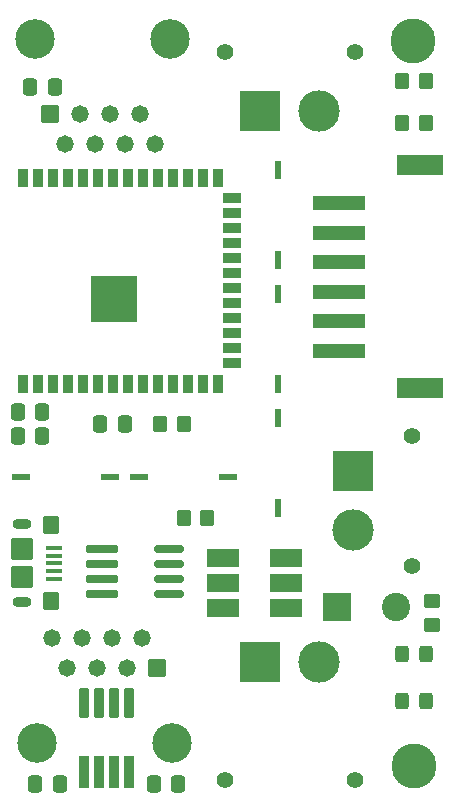
<source format=gts>
%TF.GenerationSoftware,KiCad,Pcbnew,8.0.1-8.0.1-1~ubuntu22.04.1*%
%TF.CreationDate,2024-04-21T23:11:14-04:00*%
%TF.ProjectId,arm_drive_j2,61726d5f-6472-4697-9665-5f6a322e6b69,rev?*%
%TF.SameCoordinates,Original*%
%TF.FileFunction,Soldermask,Top*%
%TF.FilePolarity,Negative*%
%FSLAX46Y46*%
G04 Gerber Fmt 4.6, Leading zero omitted, Abs format (unit mm)*
G04 Created by KiCad (PCBNEW 8.0.1-8.0.1-1~ubuntu22.04.1) date 2024-04-21 23:11:14*
%MOMM*%
%LPD*%
G01*
G04 APERTURE LIST*
G04 Aperture macros list*
%AMRoundRect*
0 Rectangle with rounded corners*
0 $1 Rounding radius*
0 $2 $3 $4 $5 $6 $7 $8 $9 X,Y pos of 4 corners*
0 Add a 4 corners polygon primitive as box body*
4,1,4,$2,$3,$4,$5,$6,$7,$8,$9,$2,$3,0*
0 Add four circle primitives for the rounded corners*
1,1,$1+$1,$2,$3*
1,1,$1+$1,$4,$5*
1,1,$1+$1,$6,$7*
1,1,$1+$1,$8,$9*
0 Add four rect primitives between the rounded corners*
20,1,$1+$1,$2,$3,$4,$5,0*
20,1,$1+$1,$4,$5,$6,$7,0*
20,1,$1+$1,$6,$7,$8,$9,0*
20,1,$1+$1,$8,$9,$2,$3,0*%
G04 Aperture macros list end*
%ADD10RoundRect,0.250000X-0.350000X-0.450000X0.350000X-0.450000X0.350000X0.450000X-0.350000X0.450000X0*%
%ADD11RoundRect,0.250000X0.337500X0.475000X-0.337500X0.475000X-0.337500X-0.475000X0.337500X-0.475000X0*%
%ADD12RoundRect,0.250000X0.325000X0.450000X-0.325000X0.450000X-0.325000X-0.450000X0.325000X-0.450000X0*%
%ADD13RoundRect,0.250000X0.350000X0.450000X-0.350000X0.450000X-0.350000X-0.450000X0.350000X-0.450000X0*%
%ADD14R,3.911600X1.803400*%
%ADD15R,4.495800X1.295400*%
%ADD16C,1.400000*%
%ADD17R,3.500000X3.500000*%
%ADD18C,3.500000*%
%ADD19R,0.609600X1.511300*%
%ADD20R,1.511300X0.609600*%
%ADD21R,0.900000X1.500000*%
%ADD22R,1.500000X0.900000*%
%ADD23R,3.900000X3.900000*%
%ADD24RoundRect,0.055580X0.341420X-1.316420X0.341420X1.316420X-0.341420X1.316420X-0.341420X-1.316420X0*%
%ADD25RoundRect,0.055580X0.341420X-1.191420X0.341420X1.191420X-0.341420X1.191420X-0.341420X-1.191420X0*%
%ADD26RoundRect,0.150000X-1.225000X-0.150000X1.225000X-0.150000X1.225000X0.150000X-1.225000X0.150000X0*%
%ADD27RoundRect,0.150000X-1.100000X-0.150000X1.100000X-0.150000X1.100000X0.150000X-1.100000X0.150000X0*%
%ADD28RoundRect,0.250000X-0.450000X0.350000X-0.450000X-0.350000X0.450000X-0.350000X0.450000X0.350000X0*%
%ADD29RoundRect,0.100000X-0.575000X0.100000X-0.575000X-0.100000X0.575000X-0.100000X0.575000X0.100000X0*%
%ADD30O,1.600000X0.900000*%
%ADD31RoundRect,0.250000X-0.450000X0.550000X-0.450000X-0.550000X0.450000X-0.550000X0.450000X0.550000X0*%
%ADD32RoundRect,0.250000X-0.700000X0.700000X-0.700000X-0.700000X0.700000X-0.700000X0.700000X0.700000X0*%
%ADD33RoundRect,0.250000X-0.337500X-0.475000X0.337500X-0.475000X0.337500X0.475000X-0.337500X0.475000X0*%
%ADD34R,2.704600X1.549400*%
%ADD35R,2.704600X1.524700*%
%ADD36C,2.600000*%
%ADD37C,3.800000*%
%ADD38C,3.350000*%
%ADD39RoundRect,0.102000X-0.634000X-0.634000X0.634000X-0.634000X0.634000X0.634000X-0.634000X0.634000X0*%
%ADD40C,1.472000*%
%ADD41R,2.400000X2.400000*%
%ADD42C,2.400000*%
%ADD43RoundRect,0.102000X0.634000X0.634000X-0.634000X0.634000X-0.634000X-0.634000X0.634000X-0.634000X0*%
G04 APERTURE END LIST*
D10*
%TO.C,R4*%
X49000000Y-21500000D03*
X51000000Y-21500000D03*
%TD*%
D11*
%TO.C,C19*%
X25537500Y-50500000D03*
X23462500Y-50500000D03*
%TD*%
D12*
%TO.C,D1*%
X51025000Y-74000000D03*
X48975000Y-74000000D03*
%TD*%
D13*
%TO.C,R6*%
X32500000Y-58500000D03*
X30500000Y-58500000D03*
%TD*%
D14*
%TO.C,J4*%
X50500000Y-47500000D03*
X50500000Y-28600002D03*
D15*
X43700000Y-44300001D03*
X43700000Y-41800001D03*
X43700000Y-39300001D03*
X43700000Y-36800001D03*
X43700000Y-34300001D03*
X43700000Y-31800001D03*
%TD*%
D16*
%TO.C,J8*%
X34000000Y-19000000D03*
X45000000Y-19000000D03*
D17*
X37000000Y-24000000D03*
D18*
X42000000Y-24000000D03*
%TD*%
D19*
%TO.C,SW3*%
X38500000Y-29000000D03*
X38500000Y-36607300D03*
%TD*%
D20*
%TO.C,SW2*%
X34303650Y-55000000D03*
X26696350Y-55000000D03*
%TD*%
D21*
%TO.C,U6*%
X16880000Y-47150000D03*
X18150000Y-47150000D03*
X19420000Y-47150000D03*
X20690000Y-47150000D03*
X21960000Y-47150000D03*
X23230000Y-47150000D03*
X24500000Y-47150000D03*
X25770000Y-47150000D03*
X27040000Y-47150000D03*
X28310000Y-47150000D03*
X29580000Y-47150000D03*
X30850000Y-47150000D03*
X32120000Y-47150000D03*
X33390000Y-47150000D03*
D22*
X34640000Y-45385000D03*
X34640000Y-44115000D03*
X34640000Y-42845000D03*
X34640000Y-41575000D03*
X34640000Y-40305000D03*
X34640000Y-39035000D03*
X34640000Y-37765000D03*
X34640000Y-36495000D03*
X34640000Y-35225000D03*
X34640000Y-33955000D03*
X34640000Y-32685000D03*
X34640000Y-31415000D03*
D21*
X33390000Y-29650000D03*
X32120000Y-29650000D03*
X30850000Y-29650000D03*
X29580000Y-29650000D03*
X28310000Y-29650000D03*
X27040000Y-29650000D03*
X25770000Y-29650000D03*
X24500000Y-29650000D03*
X23230000Y-29650000D03*
X21960000Y-29650000D03*
X20690000Y-29650000D03*
X19420000Y-29650000D03*
X18150000Y-29650000D03*
X16880000Y-29650000D03*
D23*
X24600000Y-39900000D03*
%TD*%
D20*
%TO.C,SW1*%
X16696350Y-55000000D03*
X24303650Y-55000000D03*
%TD*%
D12*
%TO.C,D2*%
X51025000Y-70000000D03*
X48975000Y-70000000D03*
%TD*%
D13*
%TO.C,R13*%
X30500000Y-50500000D03*
X28500000Y-50500000D03*
%TD*%
D24*
%TO.C,U2*%
X22095000Y-79980000D03*
X23365000Y-79980000D03*
X24635000Y-79980000D03*
X25905000Y-79980000D03*
D25*
X25905000Y-74145000D03*
X24635000Y-74145000D03*
X23365000Y-74145000D03*
X22095000Y-74145000D03*
%TD*%
D16*
%TO.C,J6*%
X45000000Y-80665000D03*
D17*
X37000000Y-70665000D03*
D16*
X34000000Y-80665000D03*
D18*
X42000000Y-70665000D03*
%TD*%
D13*
%TO.C,R3*%
X51000000Y-25000000D03*
X49000000Y-25000000D03*
%TD*%
D19*
%TO.C,SW5*%
X38500000Y-50000000D03*
X38500000Y-57607300D03*
%TD*%
%TO.C,SW4*%
X38500000Y-47107300D03*
X38500000Y-39500000D03*
%TD*%
D11*
%TO.C,C17*%
X18537500Y-51500000D03*
X16462500Y-51500000D03*
%TD*%
D26*
%TO.C,U1*%
X23625000Y-61095000D03*
X23625000Y-62365000D03*
X23625000Y-63635000D03*
X23625000Y-64905000D03*
D27*
X29250000Y-64905000D03*
X29250000Y-63635000D03*
X29250000Y-62365000D03*
X29250000Y-61095000D03*
%TD*%
D28*
%TO.C,R5*%
X51500000Y-65500000D03*
X51500000Y-67500000D03*
%TD*%
D11*
%TO.C,C18*%
X18537500Y-49500000D03*
X16462500Y-49500000D03*
%TD*%
D29*
%TO.C,J1*%
X19500000Y-61000000D03*
X19500000Y-61650000D03*
X19500000Y-62300000D03*
X19500000Y-62950000D03*
X19500000Y-63600000D03*
D30*
X16825000Y-59000000D03*
D31*
X19275000Y-59100000D03*
D32*
X16825000Y-61100000D03*
X16825000Y-63500000D03*
D31*
X19275000Y-65500000D03*
D30*
X16825000Y-65600000D03*
%TD*%
D16*
%TO.C,J7*%
X49850000Y-51500000D03*
X49850000Y-62500000D03*
D17*
X44850000Y-54500000D03*
D18*
X44850000Y-59500000D03*
%TD*%
D33*
%TO.C,C5*%
X17500000Y-22000000D03*
X19575000Y-22000000D03*
%TD*%
D34*
%TO.C,D3*%
X33852300Y-61900002D03*
D35*
X33852300Y-63987650D03*
D34*
X33852300Y-66100001D03*
X39147700Y-66099998D03*
X39147700Y-64000000D03*
X39147700Y-61899999D03*
%TD*%
D33*
%TO.C,C4*%
X27962500Y-81000000D03*
X30037500Y-81000000D03*
%TD*%
D36*
%TO.C,H3*%
X50000000Y-79500000D03*
D37*
X50000000Y-79500000D03*
%TD*%
D36*
%TO.C,H2*%
X49899999Y-18121321D03*
D37*
X49899999Y-18121321D03*
%TD*%
D11*
%TO.C,C3*%
X20037500Y-81000000D03*
X17962500Y-81000000D03*
%TD*%
D38*
%TO.C,J3*%
X17946500Y-17880000D03*
X29378500Y-17880000D03*
D39*
X19217500Y-24230000D03*
D40*
X20487500Y-26770000D03*
X21757500Y-24230000D03*
X23027500Y-26770000D03*
X24297500Y-24230000D03*
X25567500Y-26770000D03*
X26837500Y-24230000D03*
X28107500Y-26770000D03*
%TD*%
D41*
%TO.C,C6*%
X43500000Y-66000000D03*
D42*
X48500000Y-66000000D03*
%TD*%
D38*
%TO.C,J2*%
X29504055Y-77515000D03*
X18072055Y-77515000D03*
D43*
X28233055Y-71165000D03*
D40*
X26963055Y-68625000D03*
X25693055Y-71165000D03*
X24423055Y-68625000D03*
X23153055Y-71165000D03*
X21883055Y-68625000D03*
X20613055Y-71165000D03*
X19343055Y-68625000D03*
%TD*%
M02*

</source>
